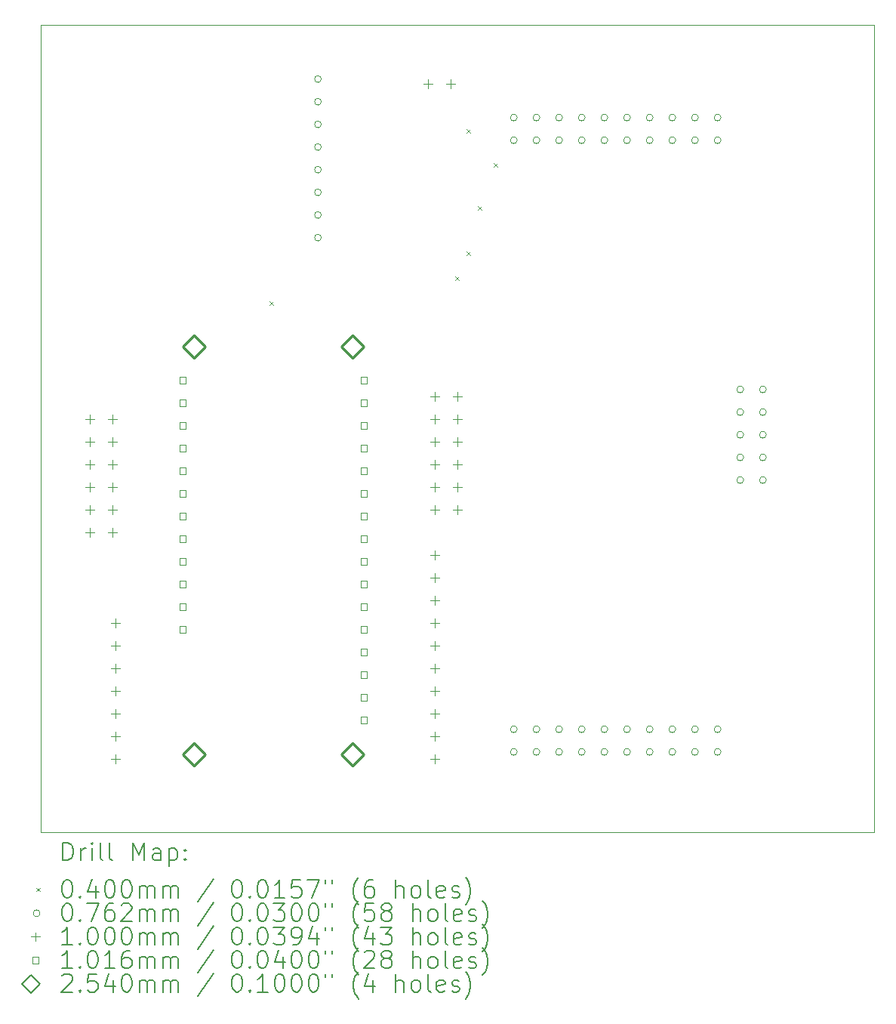
<source format=gbr>
%FSLAX45Y45*%
G04 Gerber Fmt 4.5, Leading zero omitted, Abs format (unit mm)*
G04 Created by KiCad (PCBNEW 6.0.4-1.fc35) date 2022-04-09 22:38:39*
%MOMM*%
%LPD*%
G01*
G04 APERTURE LIST*
%TA.AperFunction,Profile*%
%ADD10C,0.100000*%
%TD*%
%ADD11C,0.200000*%
%ADD12C,0.040000*%
%ADD13C,0.076200*%
%ADD14C,0.100000*%
%ADD15C,0.101600*%
%ADD16C,0.254000*%
G04 APERTURE END LIST*
D10*
X13690600Y-6146800D02*
X23039600Y-6146800D01*
X23039600Y-6146800D02*
X23039600Y-15200000D01*
X23039600Y-15200000D02*
X13690600Y-15200000D01*
X13690600Y-15200000D02*
X13690600Y-6146800D01*
D11*
D12*
X16261400Y-9251000D02*
X16301400Y-9291000D01*
X16301400Y-9251000D02*
X16261400Y-9291000D01*
X18344200Y-8971600D02*
X18384200Y-9011600D01*
X18384200Y-8971600D02*
X18344200Y-9011600D01*
X18471200Y-7320600D02*
X18511200Y-7360600D01*
X18511200Y-7320600D02*
X18471200Y-7360600D01*
X18471200Y-8692200D02*
X18511200Y-8732200D01*
X18511200Y-8692200D02*
X18471200Y-8732200D01*
X18598200Y-8184200D02*
X18638200Y-8224200D01*
X18638200Y-8184200D02*
X18598200Y-8224200D01*
X18776000Y-7701600D02*
X18816000Y-7741600D01*
X18816000Y-7701600D02*
X18776000Y-7741600D01*
D13*
X16840200Y-6756400D02*
G75*
G03*
X16840200Y-6756400I-38100J0D01*
G01*
X16840200Y-7010400D02*
G75*
G03*
X16840200Y-7010400I-38100J0D01*
G01*
X16840200Y-7264400D02*
G75*
G03*
X16840200Y-7264400I-38100J0D01*
G01*
X16840200Y-7518400D02*
G75*
G03*
X16840200Y-7518400I-38100J0D01*
G01*
X16840200Y-7772400D02*
G75*
G03*
X16840200Y-7772400I-38100J0D01*
G01*
X16840200Y-8026400D02*
G75*
G03*
X16840200Y-8026400I-38100J0D01*
G01*
X16840200Y-8280400D02*
G75*
G03*
X16840200Y-8280400I-38100J0D01*
G01*
X16840200Y-8534400D02*
G75*
G03*
X16840200Y-8534400I-38100J0D01*
G01*
X19037300Y-7188200D02*
G75*
G03*
X19037300Y-7188200I-38100J0D01*
G01*
X19037300Y-7442200D02*
G75*
G03*
X19037300Y-7442200I-38100J0D01*
G01*
X19037300Y-14046200D02*
G75*
G03*
X19037300Y-14046200I-38100J0D01*
G01*
X19037300Y-14300200D02*
G75*
G03*
X19037300Y-14300200I-38100J0D01*
G01*
X19291300Y-7188200D02*
G75*
G03*
X19291300Y-7188200I-38100J0D01*
G01*
X19291300Y-7442200D02*
G75*
G03*
X19291300Y-7442200I-38100J0D01*
G01*
X19291300Y-14046200D02*
G75*
G03*
X19291300Y-14046200I-38100J0D01*
G01*
X19291300Y-14300200D02*
G75*
G03*
X19291300Y-14300200I-38100J0D01*
G01*
X19545300Y-7188200D02*
G75*
G03*
X19545300Y-7188200I-38100J0D01*
G01*
X19545300Y-7442200D02*
G75*
G03*
X19545300Y-7442200I-38100J0D01*
G01*
X19545300Y-14046200D02*
G75*
G03*
X19545300Y-14046200I-38100J0D01*
G01*
X19545300Y-14300200D02*
G75*
G03*
X19545300Y-14300200I-38100J0D01*
G01*
X19799300Y-7188200D02*
G75*
G03*
X19799300Y-7188200I-38100J0D01*
G01*
X19799300Y-7442200D02*
G75*
G03*
X19799300Y-7442200I-38100J0D01*
G01*
X19799300Y-14046200D02*
G75*
G03*
X19799300Y-14046200I-38100J0D01*
G01*
X19799300Y-14300200D02*
G75*
G03*
X19799300Y-14300200I-38100J0D01*
G01*
X20053300Y-7188200D02*
G75*
G03*
X20053300Y-7188200I-38100J0D01*
G01*
X20053300Y-7442200D02*
G75*
G03*
X20053300Y-7442200I-38100J0D01*
G01*
X20053300Y-14046200D02*
G75*
G03*
X20053300Y-14046200I-38100J0D01*
G01*
X20053300Y-14300200D02*
G75*
G03*
X20053300Y-14300200I-38100J0D01*
G01*
X20307300Y-7188200D02*
G75*
G03*
X20307300Y-7188200I-38100J0D01*
G01*
X20307300Y-7442200D02*
G75*
G03*
X20307300Y-7442200I-38100J0D01*
G01*
X20307300Y-14046200D02*
G75*
G03*
X20307300Y-14046200I-38100J0D01*
G01*
X20307300Y-14300200D02*
G75*
G03*
X20307300Y-14300200I-38100J0D01*
G01*
X20561300Y-7188200D02*
G75*
G03*
X20561300Y-7188200I-38100J0D01*
G01*
X20561300Y-7442200D02*
G75*
G03*
X20561300Y-7442200I-38100J0D01*
G01*
X20561300Y-14046200D02*
G75*
G03*
X20561300Y-14046200I-38100J0D01*
G01*
X20561300Y-14300200D02*
G75*
G03*
X20561300Y-14300200I-38100J0D01*
G01*
X20815300Y-7188200D02*
G75*
G03*
X20815300Y-7188200I-38100J0D01*
G01*
X20815300Y-7442200D02*
G75*
G03*
X20815300Y-7442200I-38100J0D01*
G01*
X20815300Y-14046200D02*
G75*
G03*
X20815300Y-14046200I-38100J0D01*
G01*
X20815300Y-14300200D02*
G75*
G03*
X20815300Y-14300200I-38100J0D01*
G01*
X21069300Y-7188200D02*
G75*
G03*
X21069300Y-7188200I-38100J0D01*
G01*
X21069300Y-7442200D02*
G75*
G03*
X21069300Y-7442200I-38100J0D01*
G01*
X21069300Y-14046200D02*
G75*
G03*
X21069300Y-14046200I-38100J0D01*
G01*
X21069300Y-14300200D02*
G75*
G03*
X21069300Y-14300200I-38100J0D01*
G01*
X21323300Y-7188200D02*
G75*
G03*
X21323300Y-7188200I-38100J0D01*
G01*
X21323300Y-7442200D02*
G75*
G03*
X21323300Y-7442200I-38100J0D01*
G01*
X21323300Y-14046200D02*
G75*
G03*
X21323300Y-14046200I-38100J0D01*
G01*
X21323300Y-14300200D02*
G75*
G03*
X21323300Y-14300200I-38100J0D01*
G01*
X21577300Y-10236200D02*
G75*
G03*
X21577300Y-10236200I-38100J0D01*
G01*
X21577300Y-10490200D02*
G75*
G03*
X21577300Y-10490200I-38100J0D01*
G01*
X21577300Y-10744200D02*
G75*
G03*
X21577300Y-10744200I-38100J0D01*
G01*
X21577300Y-10998200D02*
G75*
G03*
X21577300Y-10998200I-38100J0D01*
G01*
X21577300Y-11252200D02*
G75*
G03*
X21577300Y-11252200I-38100J0D01*
G01*
X21831300Y-10236200D02*
G75*
G03*
X21831300Y-10236200I-38100J0D01*
G01*
X21831300Y-10490200D02*
G75*
G03*
X21831300Y-10490200I-38100J0D01*
G01*
X21831300Y-10744200D02*
G75*
G03*
X21831300Y-10744200I-38100J0D01*
G01*
X21831300Y-10998200D02*
G75*
G03*
X21831300Y-10998200I-38100J0D01*
G01*
X21831300Y-11252200D02*
G75*
G03*
X21831300Y-11252200I-38100J0D01*
G01*
D14*
X14246000Y-10516400D02*
X14246000Y-10616400D01*
X14196000Y-10566400D02*
X14296000Y-10566400D01*
X14246000Y-10770400D02*
X14246000Y-10870400D01*
X14196000Y-10820400D02*
X14296000Y-10820400D01*
X14246000Y-11024400D02*
X14246000Y-11124400D01*
X14196000Y-11074400D02*
X14296000Y-11074400D01*
X14246000Y-11278400D02*
X14246000Y-11378400D01*
X14196000Y-11328400D02*
X14296000Y-11328400D01*
X14246000Y-11532400D02*
X14246000Y-11632400D01*
X14196000Y-11582400D02*
X14296000Y-11582400D01*
X14246000Y-11786400D02*
X14246000Y-11886400D01*
X14196000Y-11836400D02*
X14296000Y-11836400D01*
X14500000Y-10516400D02*
X14500000Y-10616400D01*
X14450000Y-10566400D02*
X14550000Y-10566400D01*
X14500000Y-10770400D02*
X14500000Y-10870400D01*
X14450000Y-10820400D02*
X14550000Y-10820400D01*
X14500000Y-11024400D02*
X14500000Y-11124400D01*
X14450000Y-11074400D02*
X14550000Y-11074400D01*
X14500000Y-11278400D02*
X14500000Y-11378400D01*
X14450000Y-11328400D02*
X14550000Y-11328400D01*
X14500000Y-11532400D02*
X14500000Y-11632400D01*
X14450000Y-11582400D02*
X14550000Y-11582400D01*
X14500000Y-11786400D02*
X14500000Y-11886400D01*
X14450000Y-11836400D02*
X14550000Y-11836400D01*
X14528800Y-12802900D02*
X14528800Y-12902900D01*
X14478800Y-12852900D02*
X14578800Y-12852900D01*
X14528800Y-13056900D02*
X14528800Y-13156900D01*
X14478800Y-13106900D02*
X14578800Y-13106900D01*
X14528800Y-13310900D02*
X14528800Y-13410900D01*
X14478800Y-13360900D02*
X14578800Y-13360900D01*
X14528800Y-13564900D02*
X14528800Y-13664900D01*
X14478800Y-13614900D02*
X14578800Y-13614900D01*
X14528800Y-13818900D02*
X14528800Y-13918900D01*
X14478800Y-13868900D02*
X14578800Y-13868900D01*
X14528800Y-14072900D02*
X14528800Y-14172900D01*
X14478800Y-14122900D02*
X14578800Y-14122900D01*
X14528800Y-14326900D02*
X14528800Y-14426900D01*
X14478800Y-14376900D02*
X14578800Y-14376900D01*
X18034500Y-6757200D02*
X18034500Y-6857200D01*
X17984500Y-6807200D02*
X18084500Y-6807200D01*
X18110700Y-10262400D02*
X18110700Y-10362400D01*
X18060700Y-10312400D02*
X18160700Y-10312400D01*
X18110700Y-10516400D02*
X18110700Y-10616400D01*
X18060700Y-10566400D02*
X18160700Y-10566400D01*
X18110700Y-10770400D02*
X18110700Y-10870400D01*
X18060700Y-10820400D02*
X18160700Y-10820400D01*
X18110700Y-11024400D02*
X18110700Y-11124400D01*
X18060700Y-11074400D02*
X18160700Y-11074400D01*
X18110700Y-11278400D02*
X18110700Y-11378400D01*
X18060700Y-11328400D02*
X18160700Y-11328400D01*
X18110700Y-11532400D02*
X18110700Y-11632400D01*
X18060700Y-11582400D02*
X18160700Y-11582400D01*
X18110700Y-12040900D02*
X18110700Y-12140900D01*
X18060700Y-12090900D02*
X18160700Y-12090900D01*
X18110700Y-12294900D02*
X18110700Y-12394900D01*
X18060700Y-12344900D02*
X18160700Y-12344900D01*
X18110700Y-12548900D02*
X18110700Y-12648900D01*
X18060700Y-12598900D02*
X18160700Y-12598900D01*
X18110700Y-12802900D02*
X18110700Y-12902900D01*
X18060700Y-12852900D02*
X18160700Y-12852900D01*
X18110700Y-13056900D02*
X18110700Y-13156900D01*
X18060700Y-13106900D02*
X18160700Y-13106900D01*
X18110700Y-13310900D02*
X18110700Y-13410900D01*
X18060700Y-13360900D02*
X18160700Y-13360900D01*
X18110700Y-13564900D02*
X18110700Y-13664900D01*
X18060700Y-13614900D02*
X18160700Y-13614900D01*
X18110700Y-13818900D02*
X18110700Y-13918900D01*
X18060700Y-13868900D02*
X18160700Y-13868900D01*
X18110700Y-14072900D02*
X18110700Y-14172900D01*
X18060700Y-14122900D02*
X18160700Y-14122900D01*
X18110700Y-14326900D02*
X18110700Y-14426900D01*
X18060700Y-14376900D02*
X18160700Y-14376900D01*
X18288500Y-6757200D02*
X18288500Y-6857200D01*
X18238500Y-6807200D02*
X18338500Y-6807200D01*
X18364700Y-10262400D02*
X18364700Y-10362400D01*
X18314700Y-10312400D02*
X18414700Y-10312400D01*
X18364700Y-10516400D02*
X18364700Y-10616400D01*
X18314700Y-10566400D02*
X18414700Y-10566400D01*
X18364700Y-10770400D02*
X18364700Y-10870400D01*
X18314700Y-10820400D02*
X18414700Y-10820400D01*
X18364700Y-11024400D02*
X18364700Y-11124400D01*
X18314700Y-11074400D02*
X18414700Y-11074400D01*
X18364700Y-11278400D02*
X18364700Y-11378400D01*
X18314700Y-11328400D02*
X18414700Y-11328400D01*
X18364700Y-11532400D02*
X18364700Y-11632400D01*
X18314700Y-11582400D02*
X18414700Y-11582400D01*
D15*
X15319921Y-10170521D02*
X15319921Y-10098679D01*
X15248079Y-10098679D01*
X15248079Y-10170521D01*
X15319921Y-10170521D01*
X15319921Y-10424521D02*
X15319921Y-10352679D01*
X15248079Y-10352679D01*
X15248079Y-10424521D01*
X15319921Y-10424521D01*
X15319921Y-10678521D02*
X15319921Y-10606679D01*
X15248079Y-10606679D01*
X15248079Y-10678521D01*
X15319921Y-10678521D01*
X15319921Y-10932521D02*
X15319921Y-10860679D01*
X15248079Y-10860679D01*
X15248079Y-10932521D01*
X15319921Y-10932521D01*
X15319921Y-11186521D02*
X15319921Y-11114679D01*
X15248079Y-11114679D01*
X15248079Y-11186521D01*
X15319921Y-11186521D01*
X15319921Y-11440521D02*
X15319921Y-11368679D01*
X15248079Y-11368679D01*
X15248079Y-11440521D01*
X15319921Y-11440521D01*
X15319921Y-11694521D02*
X15319921Y-11622679D01*
X15248079Y-11622679D01*
X15248079Y-11694521D01*
X15319921Y-11694521D01*
X15319921Y-11948521D02*
X15319921Y-11876679D01*
X15248079Y-11876679D01*
X15248079Y-11948521D01*
X15319921Y-11948521D01*
X15319921Y-12202521D02*
X15319921Y-12130679D01*
X15248079Y-12130679D01*
X15248079Y-12202521D01*
X15319921Y-12202521D01*
X15319921Y-12456521D02*
X15319921Y-12384679D01*
X15248079Y-12384679D01*
X15248079Y-12456521D01*
X15319921Y-12456521D01*
X15319921Y-12710521D02*
X15319921Y-12638679D01*
X15248079Y-12638679D01*
X15248079Y-12710521D01*
X15319921Y-12710521D01*
X15319921Y-12964521D02*
X15319921Y-12892679D01*
X15248079Y-12892679D01*
X15248079Y-12964521D01*
X15319921Y-12964521D01*
X17351921Y-10170521D02*
X17351921Y-10098679D01*
X17280079Y-10098679D01*
X17280079Y-10170521D01*
X17351921Y-10170521D01*
X17351921Y-10424521D02*
X17351921Y-10352679D01*
X17280079Y-10352679D01*
X17280079Y-10424521D01*
X17351921Y-10424521D01*
X17351921Y-10678521D02*
X17351921Y-10606679D01*
X17280079Y-10606679D01*
X17280079Y-10678521D01*
X17351921Y-10678521D01*
X17351921Y-10932521D02*
X17351921Y-10860679D01*
X17280079Y-10860679D01*
X17280079Y-10932521D01*
X17351921Y-10932521D01*
X17351921Y-11186521D02*
X17351921Y-11114679D01*
X17280079Y-11114679D01*
X17280079Y-11186521D01*
X17351921Y-11186521D01*
X17351921Y-11440521D02*
X17351921Y-11368679D01*
X17280079Y-11368679D01*
X17280079Y-11440521D01*
X17351921Y-11440521D01*
X17351921Y-11694521D02*
X17351921Y-11622679D01*
X17280079Y-11622679D01*
X17280079Y-11694521D01*
X17351921Y-11694521D01*
X17351921Y-11948521D02*
X17351921Y-11876679D01*
X17280079Y-11876679D01*
X17280079Y-11948521D01*
X17351921Y-11948521D01*
X17351921Y-12202521D02*
X17351921Y-12130679D01*
X17280079Y-12130679D01*
X17280079Y-12202521D01*
X17351921Y-12202521D01*
X17351921Y-12456521D02*
X17351921Y-12384679D01*
X17280079Y-12384679D01*
X17280079Y-12456521D01*
X17351921Y-12456521D01*
X17351921Y-12710521D02*
X17351921Y-12638679D01*
X17280079Y-12638679D01*
X17280079Y-12710521D01*
X17351921Y-12710521D01*
X17351921Y-12964521D02*
X17351921Y-12892679D01*
X17280079Y-12892679D01*
X17280079Y-12964521D01*
X17351921Y-12964521D01*
X17351921Y-13218521D02*
X17351921Y-13146679D01*
X17280079Y-13146679D01*
X17280079Y-13218521D01*
X17351921Y-13218521D01*
X17351921Y-13472521D02*
X17351921Y-13400679D01*
X17280079Y-13400679D01*
X17280079Y-13472521D01*
X17351921Y-13472521D01*
X17351921Y-13726521D02*
X17351921Y-13654679D01*
X17280079Y-13654679D01*
X17280079Y-13726521D01*
X17351921Y-13726521D01*
X17351921Y-13980521D02*
X17351921Y-13908679D01*
X17280079Y-13908679D01*
X17280079Y-13980521D01*
X17351921Y-13980521D01*
D16*
X15411000Y-9880600D02*
X15538000Y-9753600D01*
X15411000Y-9626600D01*
X15284000Y-9753600D01*
X15411000Y-9880600D01*
X15411000Y-14452600D02*
X15538000Y-14325600D01*
X15411000Y-14198600D01*
X15284000Y-14325600D01*
X15411000Y-14452600D01*
X17189000Y-9880600D02*
X17316000Y-9753600D01*
X17189000Y-9626600D01*
X17062000Y-9753600D01*
X17189000Y-9880600D01*
X17189000Y-14452600D02*
X17316000Y-14325600D01*
X17189000Y-14198600D01*
X17062000Y-14325600D01*
X17189000Y-14452600D01*
D11*
X13943219Y-15515476D02*
X13943219Y-15315476D01*
X13990838Y-15315476D01*
X14019409Y-15325000D01*
X14038457Y-15344048D01*
X14047981Y-15363095D01*
X14057505Y-15401190D01*
X14057505Y-15429762D01*
X14047981Y-15467857D01*
X14038457Y-15486905D01*
X14019409Y-15505952D01*
X13990838Y-15515476D01*
X13943219Y-15515476D01*
X14143219Y-15515476D02*
X14143219Y-15382143D01*
X14143219Y-15420238D02*
X14152743Y-15401190D01*
X14162267Y-15391667D01*
X14181314Y-15382143D01*
X14200362Y-15382143D01*
X14267028Y-15515476D02*
X14267028Y-15382143D01*
X14267028Y-15315476D02*
X14257505Y-15325000D01*
X14267028Y-15334524D01*
X14276552Y-15325000D01*
X14267028Y-15315476D01*
X14267028Y-15334524D01*
X14390838Y-15515476D02*
X14371790Y-15505952D01*
X14362267Y-15486905D01*
X14362267Y-15315476D01*
X14495600Y-15515476D02*
X14476552Y-15505952D01*
X14467028Y-15486905D01*
X14467028Y-15315476D01*
X14724171Y-15515476D02*
X14724171Y-15315476D01*
X14790838Y-15458333D01*
X14857505Y-15315476D01*
X14857505Y-15515476D01*
X15038457Y-15515476D02*
X15038457Y-15410714D01*
X15028933Y-15391667D01*
X15009886Y-15382143D01*
X14971790Y-15382143D01*
X14952743Y-15391667D01*
X15038457Y-15505952D02*
X15019409Y-15515476D01*
X14971790Y-15515476D01*
X14952743Y-15505952D01*
X14943219Y-15486905D01*
X14943219Y-15467857D01*
X14952743Y-15448809D01*
X14971790Y-15439286D01*
X15019409Y-15439286D01*
X15038457Y-15429762D01*
X15133695Y-15382143D02*
X15133695Y-15582143D01*
X15133695Y-15391667D02*
X15152743Y-15382143D01*
X15190838Y-15382143D01*
X15209886Y-15391667D01*
X15219409Y-15401190D01*
X15228933Y-15420238D01*
X15228933Y-15477381D01*
X15219409Y-15496428D01*
X15209886Y-15505952D01*
X15190838Y-15515476D01*
X15152743Y-15515476D01*
X15133695Y-15505952D01*
X15314648Y-15496428D02*
X15324171Y-15505952D01*
X15314648Y-15515476D01*
X15305124Y-15505952D01*
X15314648Y-15496428D01*
X15314648Y-15515476D01*
X15314648Y-15391667D02*
X15324171Y-15401190D01*
X15314648Y-15410714D01*
X15305124Y-15401190D01*
X15314648Y-15391667D01*
X15314648Y-15410714D01*
D12*
X13645600Y-15825000D02*
X13685600Y-15865000D01*
X13685600Y-15825000D02*
X13645600Y-15865000D01*
D11*
X13981314Y-15735476D02*
X14000362Y-15735476D01*
X14019409Y-15745000D01*
X14028933Y-15754524D01*
X14038457Y-15773571D01*
X14047981Y-15811667D01*
X14047981Y-15859286D01*
X14038457Y-15897381D01*
X14028933Y-15916428D01*
X14019409Y-15925952D01*
X14000362Y-15935476D01*
X13981314Y-15935476D01*
X13962267Y-15925952D01*
X13952743Y-15916428D01*
X13943219Y-15897381D01*
X13933695Y-15859286D01*
X13933695Y-15811667D01*
X13943219Y-15773571D01*
X13952743Y-15754524D01*
X13962267Y-15745000D01*
X13981314Y-15735476D01*
X14133695Y-15916428D02*
X14143219Y-15925952D01*
X14133695Y-15935476D01*
X14124171Y-15925952D01*
X14133695Y-15916428D01*
X14133695Y-15935476D01*
X14314648Y-15802143D02*
X14314648Y-15935476D01*
X14267028Y-15725952D02*
X14219409Y-15868809D01*
X14343219Y-15868809D01*
X14457505Y-15735476D02*
X14476552Y-15735476D01*
X14495600Y-15745000D01*
X14505124Y-15754524D01*
X14514648Y-15773571D01*
X14524171Y-15811667D01*
X14524171Y-15859286D01*
X14514648Y-15897381D01*
X14505124Y-15916428D01*
X14495600Y-15925952D01*
X14476552Y-15935476D01*
X14457505Y-15935476D01*
X14438457Y-15925952D01*
X14428933Y-15916428D01*
X14419409Y-15897381D01*
X14409886Y-15859286D01*
X14409886Y-15811667D01*
X14419409Y-15773571D01*
X14428933Y-15754524D01*
X14438457Y-15745000D01*
X14457505Y-15735476D01*
X14647981Y-15735476D02*
X14667028Y-15735476D01*
X14686076Y-15745000D01*
X14695600Y-15754524D01*
X14705124Y-15773571D01*
X14714648Y-15811667D01*
X14714648Y-15859286D01*
X14705124Y-15897381D01*
X14695600Y-15916428D01*
X14686076Y-15925952D01*
X14667028Y-15935476D01*
X14647981Y-15935476D01*
X14628933Y-15925952D01*
X14619409Y-15916428D01*
X14609886Y-15897381D01*
X14600362Y-15859286D01*
X14600362Y-15811667D01*
X14609886Y-15773571D01*
X14619409Y-15754524D01*
X14628933Y-15745000D01*
X14647981Y-15735476D01*
X14800362Y-15935476D02*
X14800362Y-15802143D01*
X14800362Y-15821190D02*
X14809886Y-15811667D01*
X14828933Y-15802143D01*
X14857505Y-15802143D01*
X14876552Y-15811667D01*
X14886076Y-15830714D01*
X14886076Y-15935476D01*
X14886076Y-15830714D02*
X14895600Y-15811667D01*
X14914648Y-15802143D01*
X14943219Y-15802143D01*
X14962267Y-15811667D01*
X14971790Y-15830714D01*
X14971790Y-15935476D01*
X15067028Y-15935476D02*
X15067028Y-15802143D01*
X15067028Y-15821190D02*
X15076552Y-15811667D01*
X15095600Y-15802143D01*
X15124171Y-15802143D01*
X15143219Y-15811667D01*
X15152743Y-15830714D01*
X15152743Y-15935476D01*
X15152743Y-15830714D02*
X15162267Y-15811667D01*
X15181314Y-15802143D01*
X15209886Y-15802143D01*
X15228933Y-15811667D01*
X15238457Y-15830714D01*
X15238457Y-15935476D01*
X15628933Y-15725952D02*
X15457505Y-15983095D01*
X15886076Y-15735476D02*
X15905124Y-15735476D01*
X15924171Y-15745000D01*
X15933695Y-15754524D01*
X15943219Y-15773571D01*
X15952743Y-15811667D01*
X15952743Y-15859286D01*
X15943219Y-15897381D01*
X15933695Y-15916428D01*
X15924171Y-15925952D01*
X15905124Y-15935476D01*
X15886076Y-15935476D01*
X15867028Y-15925952D01*
X15857505Y-15916428D01*
X15847981Y-15897381D01*
X15838457Y-15859286D01*
X15838457Y-15811667D01*
X15847981Y-15773571D01*
X15857505Y-15754524D01*
X15867028Y-15745000D01*
X15886076Y-15735476D01*
X16038457Y-15916428D02*
X16047981Y-15925952D01*
X16038457Y-15935476D01*
X16028933Y-15925952D01*
X16038457Y-15916428D01*
X16038457Y-15935476D01*
X16171790Y-15735476D02*
X16190838Y-15735476D01*
X16209886Y-15745000D01*
X16219409Y-15754524D01*
X16228933Y-15773571D01*
X16238457Y-15811667D01*
X16238457Y-15859286D01*
X16228933Y-15897381D01*
X16219409Y-15916428D01*
X16209886Y-15925952D01*
X16190838Y-15935476D01*
X16171790Y-15935476D01*
X16152743Y-15925952D01*
X16143219Y-15916428D01*
X16133695Y-15897381D01*
X16124171Y-15859286D01*
X16124171Y-15811667D01*
X16133695Y-15773571D01*
X16143219Y-15754524D01*
X16152743Y-15745000D01*
X16171790Y-15735476D01*
X16428933Y-15935476D02*
X16314648Y-15935476D01*
X16371790Y-15935476D02*
X16371790Y-15735476D01*
X16352743Y-15764048D01*
X16333695Y-15783095D01*
X16314648Y-15792619D01*
X16609886Y-15735476D02*
X16514648Y-15735476D01*
X16505124Y-15830714D01*
X16514648Y-15821190D01*
X16533695Y-15811667D01*
X16581314Y-15811667D01*
X16600362Y-15821190D01*
X16609886Y-15830714D01*
X16619409Y-15849762D01*
X16619409Y-15897381D01*
X16609886Y-15916428D01*
X16600362Y-15925952D01*
X16581314Y-15935476D01*
X16533695Y-15935476D01*
X16514648Y-15925952D01*
X16505124Y-15916428D01*
X16686076Y-15735476D02*
X16819410Y-15735476D01*
X16733695Y-15935476D01*
X16886076Y-15735476D02*
X16886076Y-15773571D01*
X16962267Y-15735476D02*
X16962267Y-15773571D01*
X17257505Y-16011667D02*
X17247981Y-16002143D01*
X17228933Y-15973571D01*
X17219410Y-15954524D01*
X17209886Y-15925952D01*
X17200362Y-15878333D01*
X17200362Y-15840238D01*
X17209886Y-15792619D01*
X17219410Y-15764048D01*
X17228933Y-15745000D01*
X17247981Y-15716428D01*
X17257505Y-15706905D01*
X17419410Y-15735476D02*
X17381314Y-15735476D01*
X17362267Y-15745000D01*
X17352743Y-15754524D01*
X17333695Y-15783095D01*
X17324171Y-15821190D01*
X17324171Y-15897381D01*
X17333695Y-15916428D01*
X17343219Y-15925952D01*
X17362267Y-15935476D01*
X17400362Y-15935476D01*
X17419410Y-15925952D01*
X17428933Y-15916428D01*
X17438457Y-15897381D01*
X17438457Y-15849762D01*
X17428933Y-15830714D01*
X17419410Y-15821190D01*
X17400362Y-15811667D01*
X17362267Y-15811667D01*
X17343219Y-15821190D01*
X17333695Y-15830714D01*
X17324171Y-15849762D01*
X17676552Y-15935476D02*
X17676552Y-15735476D01*
X17762267Y-15935476D02*
X17762267Y-15830714D01*
X17752743Y-15811667D01*
X17733695Y-15802143D01*
X17705124Y-15802143D01*
X17686076Y-15811667D01*
X17676552Y-15821190D01*
X17886076Y-15935476D02*
X17867029Y-15925952D01*
X17857505Y-15916428D01*
X17847981Y-15897381D01*
X17847981Y-15840238D01*
X17857505Y-15821190D01*
X17867029Y-15811667D01*
X17886076Y-15802143D01*
X17914648Y-15802143D01*
X17933695Y-15811667D01*
X17943219Y-15821190D01*
X17952743Y-15840238D01*
X17952743Y-15897381D01*
X17943219Y-15916428D01*
X17933695Y-15925952D01*
X17914648Y-15935476D01*
X17886076Y-15935476D01*
X18067029Y-15935476D02*
X18047981Y-15925952D01*
X18038457Y-15906905D01*
X18038457Y-15735476D01*
X18219410Y-15925952D02*
X18200362Y-15935476D01*
X18162267Y-15935476D01*
X18143219Y-15925952D01*
X18133695Y-15906905D01*
X18133695Y-15830714D01*
X18143219Y-15811667D01*
X18162267Y-15802143D01*
X18200362Y-15802143D01*
X18219410Y-15811667D01*
X18228933Y-15830714D01*
X18228933Y-15849762D01*
X18133695Y-15868809D01*
X18305124Y-15925952D02*
X18324171Y-15935476D01*
X18362267Y-15935476D01*
X18381314Y-15925952D01*
X18390838Y-15906905D01*
X18390838Y-15897381D01*
X18381314Y-15878333D01*
X18362267Y-15868809D01*
X18333695Y-15868809D01*
X18314648Y-15859286D01*
X18305124Y-15840238D01*
X18305124Y-15830714D01*
X18314648Y-15811667D01*
X18333695Y-15802143D01*
X18362267Y-15802143D01*
X18381314Y-15811667D01*
X18457505Y-16011667D02*
X18467029Y-16002143D01*
X18486076Y-15973571D01*
X18495600Y-15954524D01*
X18505124Y-15925952D01*
X18514648Y-15878333D01*
X18514648Y-15840238D01*
X18505124Y-15792619D01*
X18495600Y-15764048D01*
X18486076Y-15745000D01*
X18467029Y-15716428D01*
X18457505Y-15706905D01*
D13*
X13685600Y-16109000D02*
G75*
G03*
X13685600Y-16109000I-38100J0D01*
G01*
D11*
X13981314Y-15999476D02*
X14000362Y-15999476D01*
X14019409Y-16009000D01*
X14028933Y-16018524D01*
X14038457Y-16037571D01*
X14047981Y-16075667D01*
X14047981Y-16123286D01*
X14038457Y-16161381D01*
X14028933Y-16180428D01*
X14019409Y-16189952D01*
X14000362Y-16199476D01*
X13981314Y-16199476D01*
X13962267Y-16189952D01*
X13952743Y-16180428D01*
X13943219Y-16161381D01*
X13933695Y-16123286D01*
X13933695Y-16075667D01*
X13943219Y-16037571D01*
X13952743Y-16018524D01*
X13962267Y-16009000D01*
X13981314Y-15999476D01*
X14133695Y-16180428D02*
X14143219Y-16189952D01*
X14133695Y-16199476D01*
X14124171Y-16189952D01*
X14133695Y-16180428D01*
X14133695Y-16199476D01*
X14209886Y-15999476D02*
X14343219Y-15999476D01*
X14257505Y-16199476D01*
X14505124Y-15999476D02*
X14467028Y-15999476D01*
X14447981Y-16009000D01*
X14438457Y-16018524D01*
X14419409Y-16047095D01*
X14409886Y-16085190D01*
X14409886Y-16161381D01*
X14419409Y-16180428D01*
X14428933Y-16189952D01*
X14447981Y-16199476D01*
X14486076Y-16199476D01*
X14505124Y-16189952D01*
X14514648Y-16180428D01*
X14524171Y-16161381D01*
X14524171Y-16113762D01*
X14514648Y-16094714D01*
X14505124Y-16085190D01*
X14486076Y-16075667D01*
X14447981Y-16075667D01*
X14428933Y-16085190D01*
X14419409Y-16094714D01*
X14409886Y-16113762D01*
X14600362Y-16018524D02*
X14609886Y-16009000D01*
X14628933Y-15999476D01*
X14676552Y-15999476D01*
X14695600Y-16009000D01*
X14705124Y-16018524D01*
X14714648Y-16037571D01*
X14714648Y-16056619D01*
X14705124Y-16085190D01*
X14590838Y-16199476D01*
X14714648Y-16199476D01*
X14800362Y-16199476D02*
X14800362Y-16066143D01*
X14800362Y-16085190D02*
X14809886Y-16075667D01*
X14828933Y-16066143D01*
X14857505Y-16066143D01*
X14876552Y-16075667D01*
X14886076Y-16094714D01*
X14886076Y-16199476D01*
X14886076Y-16094714D02*
X14895600Y-16075667D01*
X14914648Y-16066143D01*
X14943219Y-16066143D01*
X14962267Y-16075667D01*
X14971790Y-16094714D01*
X14971790Y-16199476D01*
X15067028Y-16199476D02*
X15067028Y-16066143D01*
X15067028Y-16085190D02*
X15076552Y-16075667D01*
X15095600Y-16066143D01*
X15124171Y-16066143D01*
X15143219Y-16075667D01*
X15152743Y-16094714D01*
X15152743Y-16199476D01*
X15152743Y-16094714D02*
X15162267Y-16075667D01*
X15181314Y-16066143D01*
X15209886Y-16066143D01*
X15228933Y-16075667D01*
X15238457Y-16094714D01*
X15238457Y-16199476D01*
X15628933Y-15989952D02*
X15457505Y-16247095D01*
X15886076Y-15999476D02*
X15905124Y-15999476D01*
X15924171Y-16009000D01*
X15933695Y-16018524D01*
X15943219Y-16037571D01*
X15952743Y-16075667D01*
X15952743Y-16123286D01*
X15943219Y-16161381D01*
X15933695Y-16180428D01*
X15924171Y-16189952D01*
X15905124Y-16199476D01*
X15886076Y-16199476D01*
X15867028Y-16189952D01*
X15857505Y-16180428D01*
X15847981Y-16161381D01*
X15838457Y-16123286D01*
X15838457Y-16075667D01*
X15847981Y-16037571D01*
X15857505Y-16018524D01*
X15867028Y-16009000D01*
X15886076Y-15999476D01*
X16038457Y-16180428D02*
X16047981Y-16189952D01*
X16038457Y-16199476D01*
X16028933Y-16189952D01*
X16038457Y-16180428D01*
X16038457Y-16199476D01*
X16171790Y-15999476D02*
X16190838Y-15999476D01*
X16209886Y-16009000D01*
X16219409Y-16018524D01*
X16228933Y-16037571D01*
X16238457Y-16075667D01*
X16238457Y-16123286D01*
X16228933Y-16161381D01*
X16219409Y-16180428D01*
X16209886Y-16189952D01*
X16190838Y-16199476D01*
X16171790Y-16199476D01*
X16152743Y-16189952D01*
X16143219Y-16180428D01*
X16133695Y-16161381D01*
X16124171Y-16123286D01*
X16124171Y-16075667D01*
X16133695Y-16037571D01*
X16143219Y-16018524D01*
X16152743Y-16009000D01*
X16171790Y-15999476D01*
X16305124Y-15999476D02*
X16428933Y-15999476D01*
X16362267Y-16075667D01*
X16390838Y-16075667D01*
X16409886Y-16085190D01*
X16419409Y-16094714D01*
X16428933Y-16113762D01*
X16428933Y-16161381D01*
X16419409Y-16180428D01*
X16409886Y-16189952D01*
X16390838Y-16199476D01*
X16333695Y-16199476D01*
X16314648Y-16189952D01*
X16305124Y-16180428D01*
X16552743Y-15999476D02*
X16571790Y-15999476D01*
X16590838Y-16009000D01*
X16600362Y-16018524D01*
X16609886Y-16037571D01*
X16619409Y-16075667D01*
X16619409Y-16123286D01*
X16609886Y-16161381D01*
X16600362Y-16180428D01*
X16590838Y-16189952D01*
X16571790Y-16199476D01*
X16552743Y-16199476D01*
X16533695Y-16189952D01*
X16524171Y-16180428D01*
X16514648Y-16161381D01*
X16505124Y-16123286D01*
X16505124Y-16075667D01*
X16514648Y-16037571D01*
X16524171Y-16018524D01*
X16533695Y-16009000D01*
X16552743Y-15999476D01*
X16743219Y-15999476D02*
X16762267Y-15999476D01*
X16781314Y-16009000D01*
X16790838Y-16018524D01*
X16800362Y-16037571D01*
X16809886Y-16075667D01*
X16809886Y-16123286D01*
X16800362Y-16161381D01*
X16790838Y-16180428D01*
X16781314Y-16189952D01*
X16762267Y-16199476D01*
X16743219Y-16199476D01*
X16724171Y-16189952D01*
X16714648Y-16180428D01*
X16705124Y-16161381D01*
X16695600Y-16123286D01*
X16695600Y-16075667D01*
X16705124Y-16037571D01*
X16714648Y-16018524D01*
X16724171Y-16009000D01*
X16743219Y-15999476D01*
X16886076Y-15999476D02*
X16886076Y-16037571D01*
X16962267Y-15999476D02*
X16962267Y-16037571D01*
X17257505Y-16275667D02*
X17247981Y-16266143D01*
X17228933Y-16237571D01*
X17219410Y-16218524D01*
X17209886Y-16189952D01*
X17200362Y-16142333D01*
X17200362Y-16104238D01*
X17209886Y-16056619D01*
X17219410Y-16028048D01*
X17228933Y-16009000D01*
X17247981Y-15980428D01*
X17257505Y-15970905D01*
X17428933Y-15999476D02*
X17333695Y-15999476D01*
X17324171Y-16094714D01*
X17333695Y-16085190D01*
X17352743Y-16075667D01*
X17400362Y-16075667D01*
X17419410Y-16085190D01*
X17428933Y-16094714D01*
X17438457Y-16113762D01*
X17438457Y-16161381D01*
X17428933Y-16180428D01*
X17419410Y-16189952D01*
X17400362Y-16199476D01*
X17352743Y-16199476D01*
X17333695Y-16189952D01*
X17324171Y-16180428D01*
X17552743Y-16085190D02*
X17533695Y-16075667D01*
X17524171Y-16066143D01*
X17514648Y-16047095D01*
X17514648Y-16037571D01*
X17524171Y-16018524D01*
X17533695Y-16009000D01*
X17552743Y-15999476D01*
X17590838Y-15999476D01*
X17609886Y-16009000D01*
X17619410Y-16018524D01*
X17628933Y-16037571D01*
X17628933Y-16047095D01*
X17619410Y-16066143D01*
X17609886Y-16075667D01*
X17590838Y-16085190D01*
X17552743Y-16085190D01*
X17533695Y-16094714D01*
X17524171Y-16104238D01*
X17514648Y-16123286D01*
X17514648Y-16161381D01*
X17524171Y-16180428D01*
X17533695Y-16189952D01*
X17552743Y-16199476D01*
X17590838Y-16199476D01*
X17609886Y-16189952D01*
X17619410Y-16180428D01*
X17628933Y-16161381D01*
X17628933Y-16123286D01*
X17619410Y-16104238D01*
X17609886Y-16094714D01*
X17590838Y-16085190D01*
X17867029Y-16199476D02*
X17867029Y-15999476D01*
X17952743Y-16199476D02*
X17952743Y-16094714D01*
X17943219Y-16075667D01*
X17924171Y-16066143D01*
X17895600Y-16066143D01*
X17876552Y-16075667D01*
X17867029Y-16085190D01*
X18076552Y-16199476D02*
X18057505Y-16189952D01*
X18047981Y-16180428D01*
X18038457Y-16161381D01*
X18038457Y-16104238D01*
X18047981Y-16085190D01*
X18057505Y-16075667D01*
X18076552Y-16066143D01*
X18105124Y-16066143D01*
X18124171Y-16075667D01*
X18133695Y-16085190D01*
X18143219Y-16104238D01*
X18143219Y-16161381D01*
X18133695Y-16180428D01*
X18124171Y-16189952D01*
X18105124Y-16199476D01*
X18076552Y-16199476D01*
X18257505Y-16199476D02*
X18238457Y-16189952D01*
X18228933Y-16170905D01*
X18228933Y-15999476D01*
X18409886Y-16189952D02*
X18390838Y-16199476D01*
X18352743Y-16199476D01*
X18333695Y-16189952D01*
X18324171Y-16170905D01*
X18324171Y-16094714D01*
X18333695Y-16075667D01*
X18352743Y-16066143D01*
X18390838Y-16066143D01*
X18409886Y-16075667D01*
X18419410Y-16094714D01*
X18419410Y-16113762D01*
X18324171Y-16132809D01*
X18495600Y-16189952D02*
X18514648Y-16199476D01*
X18552743Y-16199476D01*
X18571790Y-16189952D01*
X18581314Y-16170905D01*
X18581314Y-16161381D01*
X18571790Y-16142333D01*
X18552743Y-16132809D01*
X18524171Y-16132809D01*
X18505124Y-16123286D01*
X18495600Y-16104238D01*
X18495600Y-16094714D01*
X18505124Y-16075667D01*
X18524171Y-16066143D01*
X18552743Y-16066143D01*
X18571790Y-16075667D01*
X18647981Y-16275667D02*
X18657505Y-16266143D01*
X18676552Y-16237571D01*
X18686076Y-16218524D01*
X18695600Y-16189952D01*
X18705124Y-16142333D01*
X18705124Y-16104238D01*
X18695600Y-16056619D01*
X18686076Y-16028048D01*
X18676552Y-16009000D01*
X18657505Y-15980428D01*
X18647981Y-15970905D01*
D14*
X13635600Y-16323000D02*
X13635600Y-16423000D01*
X13585600Y-16373000D02*
X13685600Y-16373000D01*
D11*
X14047981Y-16463476D02*
X13933695Y-16463476D01*
X13990838Y-16463476D02*
X13990838Y-16263476D01*
X13971790Y-16292048D01*
X13952743Y-16311095D01*
X13933695Y-16320619D01*
X14133695Y-16444428D02*
X14143219Y-16453952D01*
X14133695Y-16463476D01*
X14124171Y-16453952D01*
X14133695Y-16444428D01*
X14133695Y-16463476D01*
X14267028Y-16263476D02*
X14286076Y-16263476D01*
X14305124Y-16273000D01*
X14314648Y-16282524D01*
X14324171Y-16301571D01*
X14333695Y-16339667D01*
X14333695Y-16387286D01*
X14324171Y-16425381D01*
X14314648Y-16444428D01*
X14305124Y-16453952D01*
X14286076Y-16463476D01*
X14267028Y-16463476D01*
X14247981Y-16453952D01*
X14238457Y-16444428D01*
X14228933Y-16425381D01*
X14219409Y-16387286D01*
X14219409Y-16339667D01*
X14228933Y-16301571D01*
X14238457Y-16282524D01*
X14247981Y-16273000D01*
X14267028Y-16263476D01*
X14457505Y-16263476D02*
X14476552Y-16263476D01*
X14495600Y-16273000D01*
X14505124Y-16282524D01*
X14514648Y-16301571D01*
X14524171Y-16339667D01*
X14524171Y-16387286D01*
X14514648Y-16425381D01*
X14505124Y-16444428D01*
X14495600Y-16453952D01*
X14476552Y-16463476D01*
X14457505Y-16463476D01*
X14438457Y-16453952D01*
X14428933Y-16444428D01*
X14419409Y-16425381D01*
X14409886Y-16387286D01*
X14409886Y-16339667D01*
X14419409Y-16301571D01*
X14428933Y-16282524D01*
X14438457Y-16273000D01*
X14457505Y-16263476D01*
X14647981Y-16263476D02*
X14667028Y-16263476D01*
X14686076Y-16273000D01*
X14695600Y-16282524D01*
X14705124Y-16301571D01*
X14714648Y-16339667D01*
X14714648Y-16387286D01*
X14705124Y-16425381D01*
X14695600Y-16444428D01*
X14686076Y-16453952D01*
X14667028Y-16463476D01*
X14647981Y-16463476D01*
X14628933Y-16453952D01*
X14619409Y-16444428D01*
X14609886Y-16425381D01*
X14600362Y-16387286D01*
X14600362Y-16339667D01*
X14609886Y-16301571D01*
X14619409Y-16282524D01*
X14628933Y-16273000D01*
X14647981Y-16263476D01*
X14800362Y-16463476D02*
X14800362Y-16330143D01*
X14800362Y-16349190D02*
X14809886Y-16339667D01*
X14828933Y-16330143D01*
X14857505Y-16330143D01*
X14876552Y-16339667D01*
X14886076Y-16358714D01*
X14886076Y-16463476D01*
X14886076Y-16358714D02*
X14895600Y-16339667D01*
X14914648Y-16330143D01*
X14943219Y-16330143D01*
X14962267Y-16339667D01*
X14971790Y-16358714D01*
X14971790Y-16463476D01*
X15067028Y-16463476D02*
X15067028Y-16330143D01*
X15067028Y-16349190D02*
X15076552Y-16339667D01*
X15095600Y-16330143D01*
X15124171Y-16330143D01*
X15143219Y-16339667D01*
X15152743Y-16358714D01*
X15152743Y-16463476D01*
X15152743Y-16358714D02*
X15162267Y-16339667D01*
X15181314Y-16330143D01*
X15209886Y-16330143D01*
X15228933Y-16339667D01*
X15238457Y-16358714D01*
X15238457Y-16463476D01*
X15628933Y-16253952D02*
X15457505Y-16511095D01*
X15886076Y-16263476D02*
X15905124Y-16263476D01*
X15924171Y-16273000D01*
X15933695Y-16282524D01*
X15943219Y-16301571D01*
X15952743Y-16339667D01*
X15952743Y-16387286D01*
X15943219Y-16425381D01*
X15933695Y-16444428D01*
X15924171Y-16453952D01*
X15905124Y-16463476D01*
X15886076Y-16463476D01*
X15867028Y-16453952D01*
X15857505Y-16444428D01*
X15847981Y-16425381D01*
X15838457Y-16387286D01*
X15838457Y-16339667D01*
X15847981Y-16301571D01*
X15857505Y-16282524D01*
X15867028Y-16273000D01*
X15886076Y-16263476D01*
X16038457Y-16444428D02*
X16047981Y-16453952D01*
X16038457Y-16463476D01*
X16028933Y-16453952D01*
X16038457Y-16444428D01*
X16038457Y-16463476D01*
X16171790Y-16263476D02*
X16190838Y-16263476D01*
X16209886Y-16273000D01*
X16219409Y-16282524D01*
X16228933Y-16301571D01*
X16238457Y-16339667D01*
X16238457Y-16387286D01*
X16228933Y-16425381D01*
X16219409Y-16444428D01*
X16209886Y-16453952D01*
X16190838Y-16463476D01*
X16171790Y-16463476D01*
X16152743Y-16453952D01*
X16143219Y-16444428D01*
X16133695Y-16425381D01*
X16124171Y-16387286D01*
X16124171Y-16339667D01*
X16133695Y-16301571D01*
X16143219Y-16282524D01*
X16152743Y-16273000D01*
X16171790Y-16263476D01*
X16305124Y-16263476D02*
X16428933Y-16263476D01*
X16362267Y-16339667D01*
X16390838Y-16339667D01*
X16409886Y-16349190D01*
X16419409Y-16358714D01*
X16428933Y-16377762D01*
X16428933Y-16425381D01*
X16419409Y-16444428D01*
X16409886Y-16453952D01*
X16390838Y-16463476D01*
X16333695Y-16463476D01*
X16314648Y-16453952D01*
X16305124Y-16444428D01*
X16524171Y-16463476D02*
X16562267Y-16463476D01*
X16581314Y-16453952D01*
X16590838Y-16444428D01*
X16609886Y-16415857D01*
X16619409Y-16377762D01*
X16619409Y-16301571D01*
X16609886Y-16282524D01*
X16600362Y-16273000D01*
X16581314Y-16263476D01*
X16543219Y-16263476D01*
X16524171Y-16273000D01*
X16514648Y-16282524D01*
X16505124Y-16301571D01*
X16505124Y-16349190D01*
X16514648Y-16368238D01*
X16524171Y-16377762D01*
X16543219Y-16387286D01*
X16581314Y-16387286D01*
X16600362Y-16377762D01*
X16609886Y-16368238D01*
X16619409Y-16349190D01*
X16790838Y-16330143D02*
X16790838Y-16463476D01*
X16743219Y-16253952D02*
X16695600Y-16396809D01*
X16819410Y-16396809D01*
X16886076Y-16263476D02*
X16886076Y-16301571D01*
X16962267Y-16263476D02*
X16962267Y-16301571D01*
X17257505Y-16539667D02*
X17247981Y-16530143D01*
X17228933Y-16501571D01*
X17219410Y-16482524D01*
X17209886Y-16453952D01*
X17200362Y-16406333D01*
X17200362Y-16368238D01*
X17209886Y-16320619D01*
X17219410Y-16292048D01*
X17228933Y-16273000D01*
X17247981Y-16244428D01*
X17257505Y-16234905D01*
X17419410Y-16330143D02*
X17419410Y-16463476D01*
X17371790Y-16253952D02*
X17324171Y-16396809D01*
X17447981Y-16396809D01*
X17505124Y-16263476D02*
X17628933Y-16263476D01*
X17562267Y-16339667D01*
X17590838Y-16339667D01*
X17609886Y-16349190D01*
X17619410Y-16358714D01*
X17628933Y-16377762D01*
X17628933Y-16425381D01*
X17619410Y-16444428D01*
X17609886Y-16453952D01*
X17590838Y-16463476D01*
X17533695Y-16463476D01*
X17514648Y-16453952D01*
X17505124Y-16444428D01*
X17867029Y-16463476D02*
X17867029Y-16263476D01*
X17952743Y-16463476D02*
X17952743Y-16358714D01*
X17943219Y-16339667D01*
X17924171Y-16330143D01*
X17895600Y-16330143D01*
X17876552Y-16339667D01*
X17867029Y-16349190D01*
X18076552Y-16463476D02*
X18057505Y-16453952D01*
X18047981Y-16444428D01*
X18038457Y-16425381D01*
X18038457Y-16368238D01*
X18047981Y-16349190D01*
X18057505Y-16339667D01*
X18076552Y-16330143D01*
X18105124Y-16330143D01*
X18124171Y-16339667D01*
X18133695Y-16349190D01*
X18143219Y-16368238D01*
X18143219Y-16425381D01*
X18133695Y-16444428D01*
X18124171Y-16453952D01*
X18105124Y-16463476D01*
X18076552Y-16463476D01*
X18257505Y-16463476D02*
X18238457Y-16453952D01*
X18228933Y-16434905D01*
X18228933Y-16263476D01*
X18409886Y-16453952D02*
X18390838Y-16463476D01*
X18352743Y-16463476D01*
X18333695Y-16453952D01*
X18324171Y-16434905D01*
X18324171Y-16358714D01*
X18333695Y-16339667D01*
X18352743Y-16330143D01*
X18390838Y-16330143D01*
X18409886Y-16339667D01*
X18419410Y-16358714D01*
X18419410Y-16377762D01*
X18324171Y-16396809D01*
X18495600Y-16453952D02*
X18514648Y-16463476D01*
X18552743Y-16463476D01*
X18571790Y-16453952D01*
X18581314Y-16434905D01*
X18581314Y-16425381D01*
X18571790Y-16406333D01*
X18552743Y-16396809D01*
X18524171Y-16396809D01*
X18505124Y-16387286D01*
X18495600Y-16368238D01*
X18495600Y-16358714D01*
X18505124Y-16339667D01*
X18524171Y-16330143D01*
X18552743Y-16330143D01*
X18571790Y-16339667D01*
X18647981Y-16539667D02*
X18657505Y-16530143D01*
X18676552Y-16501571D01*
X18686076Y-16482524D01*
X18695600Y-16453952D01*
X18705124Y-16406333D01*
X18705124Y-16368238D01*
X18695600Y-16320619D01*
X18686076Y-16292048D01*
X18676552Y-16273000D01*
X18657505Y-16244428D01*
X18647981Y-16234905D01*
D15*
X13670721Y-16672921D02*
X13670721Y-16601079D01*
X13598879Y-16601079D01*
X13598879Y-16672921D01*
X13670721Y-16672921D01*
D11*
X14047981Y-16727476D02*
X13933695Y-16727476D01*
X13990838Y-16727476D02*
X13990838Y-16527476D01*
X13971790Y-16556048D01*
X13952743Y-16575095D01*
X13933695Y-16584619D01*
X14133695Y-16708428D02*
X14143219Y-16717952D01*
X14133695Y-16727476D01*
X14124171Y-16717952D01*
X14133695Y-16708428D01*
X14133695Y-16727476D01*
X14267028Y-16527476D02*
X14286076Y-16527476D01*
X14305124Y-16537000D01*
X14314648Y-16546524D01*
X14324171Y-16565571D01*
X14333695Y-16603667D01*
X14333695Y-16651286D01*
X14324171Y-16689381D01*
X14314648Y-16708428D01*
X14305124Y-16717952D01*
X14286076Y-16727476D01*
X14267028Y-16727476D01*
X14247981Y-16717952D01*
X14238457Y-16708428D01*
X14228933Y-16689381D01*
X14219409Y-16651286D01*
X14219409Y-16603667D01*
X14228933Y-16565571D01*
X14238457Y-16546524D01*
X14247981Y-16537000D01*
X14267028Y-16527476D01*
X14524171Y-16727476D02*
X14409886Y-16727476D01*
X14467028Y-16727476D02*
X14467028Y-16527476D01*
X14447981Y-16556048D01*
X14428933Y-16575095D01*
X14409886Y-16584619D01*
X14695600Y-16527476D02*
X14657505Y-16527476D01*
X14638457Y-16537000D01*
X14628933Y-16546524D01*
X14609886Y-16575095D01*
X14600362Y-16613190D01*
X14600362Y-16689381D01*
X14609886Y-16708428D01*
X14619409Y-16717952D01*
X14638457Y-16727476D01*
X14676552Y-16727476D01*
X14695600Y-16717952D01*
X14705124Y-16708428D01*
X14714648Y-16689381D01*
X14714648Y-16641762D01*
X14705124Y-16622714D01*
X14695600Y-16613190D01*
X14676552Y-16603667D01*
X14638457Y-16603667D01*
X14619409Y-16613190D01*
X14609886Y-16622714D01*
X14600362Y-16641762D01*
X14800362Y-16727476D02*
X14800362Y-16594143D01*
X14800362Y-16613190D02*
X14809886Y-16603667D01*
X14828933Y-16594143D01*
X14857505Y-16594143D01*
X14876552Y-16603667D01*
X14886076Y-16622714D01*
X14886076Y-16727476D01*
X14886076Y-16622714D02*
X14895600Y-16603667D01*
X14914648Y-16594143D01*
X14943219Y-16594143D01*
X14962267Y-16603667D01*
X14971790Y-16622714D01*
X14971790Y-16727476D01*
X15067028Y-16727476D02*
X15067028Y-16594143D01*
X15067028Y-16613190D02*
X15076552Y-16603667D01*
X15095600Y-16594143D01*
X15124171Y-16594143D01*
X15143219Y-16603667D01*
X15152743Y-16622714D01*
X15152743Y-16727476D01*
X15152743Y-16622714D02*
X15162267Y-16603667D01*
X15181314Y-16594143D01*
X15209886Y-16594143D01*
X15228933Y-16603667D01*
X15238457Y-16622714D01*
X15238457Y-16727476D01*
X15628933Y-16517952D02*
X15457505Y-16775095D01*
X15886076Y-16527476D02*
X15905124Y-16527476D01*
X15924171Y-16537000D01*
X15933695Y-16546524D01*
X15943219Y-16565571D01*
X15952743Y-16603667D01*
X15952743Y-16651286D01*
X15943219Y-16689381D01*
X15933695Y-16708428D01*
X15924171Y-16717952D01*
X15905124Y-16727476D01*
X15886076Y-16727476D01*
X15867028Y-16717952D01*
X15857505Y-16708428D01*
X15847981Y-16689381D01*
X15838457Y-16651286D01*
X15838457Y-16603667D01*
X15847981Y-16565571D01*
X15857505Y-16546524D01*
X15867028Y-16537000D01*
X15886076Y-16527476D01*
X16038457Y-16708428D02*
X16047981Y-16717952D01*
X16038457Y-16727476D01*
X16028933Y-16717952D01*
X16038457Y-16708428D01*
X16038457Y-16727476D01*
X16171790Y-16527476D02*
X16190838Y-16527476D01*
X16209886Y-16537000D01*
X16219409Y-16546524D01*
X16228933Y-16565571D01*
X16238457Y-16603667D01*
X16238457Y-16651286D01*
X16228933Y-16689381D01*
X16219409Y-16708428D01*
X16209886Y-16717952D01*
X16190838Y-16727476D01*
X16171790Y-16727476D01*
X16152743Y-16717952D01*
X16143219Y-16708428D01*
X16133695Y-16689381D01*
X16124171Y-16651286D01*
X16124171Y-16603667D01*
X16133695Y-16565571D01*
X16143219Y-16546524D01*
X16152743Y-16537000D01*
X16171790Y-16527476D01*
X16409886Y-16594143D02*
X16409886Y-16727476D01*
X16362267Y-16517952D02*
X16314648Y-16660809D01*
X16438457Y-16660809D01*
X16552743Y-16527476D02*
X16571790Y-16527476D01*
X16590838Y-16537000D01*
X16600362Y-16546524D01*
X16609886Y-16565571D01*
X16619409Y-16603667D01*
X16619409Y-16651286D01*
X16609886Y-16689381D01*
X16600362Y-16708428D01*
X16590838Y-16717952D01*
X16571790Y-16727476D01*
X16552743Y-16727476D01*
X16533695Y-16717952D01*
X16524171Y-16708428D01*
X16514648Y-16689381D01*
X16505124Y-16651286D01*
X16505124Y-16603667D01*
X16514648Y-16565571D01*
X16524171Y-16546524D01*
X16533695Y-16537000D01*
X16552743Y-16527476D01*
X16743219Y-16527476D02*
X16762267Y-16527476D01*
X16781314Y-16537000D01*
X16790838Y-16546524D01*
X16800362Y-16565571D01*
X16809886Y-16603667D01*
X16809886Y-16651286D01*
X16800362Y-16689381D01*
X16790838Y-16708428D01*
X16781314Y-16717952D01*
X16762267Y-16727476D01*
X16743219Y-16727476D01*
X16724171Y-16717952D01*
X16714648Y-16708428D01*
X16705124Y-16689381D01*
X16695600Y-16651286D01*
X16695600Y-16603667D01*
X16705124Y-16565571D01*
X16714648Y-16546524D01*
X16724171Y-16537000D01*
X16743219Y-16527476D01*
X16886076Y-16527476D02*
X16886076Y-16565571D01*
X16962267Y-16527476D02*
X16962267Y-16565571D01*
X17257505Y-16803667D02*
X17247981Y-16794143D01*
X17228933Y-16765571D01*
X17219410Y-16746524D01*
X17209886Y-16717952D01*
X17200362Y-16670333D01*
X17200362Y-16632238D01*
X17209886Y-16584619D01*
X17219410Y-16556048D01*
X17228933Y-16537000D01*
X17247981Y-16508428D01*
X17257505Y-16498905D01*
X17324171Y-16546524D02*
X17333695Y-16537000D01*
X17352743Y-16527476D01*
X17400362Y-16527476D01*
X17419410Y-16537000D01*
X17428933Y-16546524D01*
X17438457Y-16565571D01*
X17438457Y-16584619D01*
X17428933Y-16613190D01*
X17314648Y-16727476D01*
X17438457Y-16727476D01*
X17552743Y-16613190D02*
X17533695Y-16603667D01*
X17524171Y-16594143D01*
X17514648Y-16575095D01*
X17514648Y-16565571D01*
X17524171Y-16546524D01*
X17533695Y-16537000D01*
X17552743Y-16527476D01*
X17590838Y-16527476D01*
X17609886Y-16537000D01*
X17619410Y-16546524D01*
X17628933Y-16565571D01*
X17628933Y-16575095D01*
X17619410Y-16594143D01*
X17609886Y-16603667D01*
X17590838Y-16613190D01*
X17552743Y-16613190D01*
X17533695Y-16622714D01*
X17524171Y-16632238D01*
X17514648Y-16651286D01*
X17514648Y-16689381D01*
X17524171Y-16708428D01*
X17533695Y-16717952D01*
X17552743Y-16727476D01*
X17590838Y-16727476D01*
X17609886Y-16717952D01*
X17619410Y-16708428D01*
X17628933Y-16689381D01*
X17628933Y-16651286D01*
X17619410Y-16632238D01*
X17609886Y-16622714D01*
X17590838Y-16613190D01*
X17867029Y-16727476D02*
X17867029Y-16527476D01*
X17952743Y-16727476D02*
X17952743Y-16622714D01*
X17943219Y-16603667D01*
X17924171Y-16594143D01*
X17895600Y-16594143D01*
X17876552Y-16603667D01*
X17867029Y-16613190D01*
X18076552Y-16727476D02*
X18057505Y-16717952D01*
X18047981Y-16708428D01*
X18038457Y-16689381D01*
X18038457Y-16632238D01*
X18047981Y-16613190D01*
X18057505Y-16603667D01*
X18076552Y-16594143D01*
X18105124Y-16594143D01*
X18124171Y-16603667D01*
X18133695Y-16613190D01*
X18143219Y-16632238D01*
X18143219Y-16689381D01*
X18133695Y-16708428D01*
X18124171Y-16717952D01*
X18105124Y-16727476D01*
X18076552Y-16727476D01*
X18257505Y-16727476D02*
X18238457Y-16717952D01*
X18228933Y-16698905D01*
X18228933Y-16527476D01*
X18409886Y-16717952D02*
X18390838Y-16727476D01*
X18352743Y-16727476D01*
X18333695Y-16717952D01*
X18324171Y-16698905D01*
X18324171Y-16622714D01*
X18333695Y-16603667D01*
X18352743Y-16594143D01*
X18390838Y-16594143D01*
X18409886Y-16603667D01*
X18419410Y-16622714D01*
X18419410Y-16641762D01*
X18324171Y-16660809D01*
X18495600Y-16717952D02*
X18514648Y-16727476D01*
X18552743Y-16727476D01*
X18571790Y-16717952D01*
X18581314Y-16698905D01*
X18581314Y-16689381D01*
X18571790Y-16670333D01*
X18552743Y-16660809D01*
X18524171Y-16660809D01*
X18505124Y-16651286D01*
X18495600Y-16632238D01*
X18495600Y-16622714D01*
X18505124Y-16603667D01*
X18524171Y-16594143D01*
X18552743Y-16594143D01*
X18571790Y-16603667D01*
X18647981Y-16803667D02*
X18657505Y-16794143D01*
X18676552Y-16765571D01*
X18686076Y-16746524D01*
X18695600Y-16717952D01*
X18705124Y-16670333D01*
X18705124Y-16632238D01*
X18695600Y-16584619D01*
X18686076Y-16556048D01*
X18676552Y-16537000D01*
X18657505Y-16508428D01*
X18647981Y-16498905D01*
X13585600Y-17001000D02*
X13685600Y-16901000D01*
X13585600Y-16801000D01*
X13485600Y-16901000D01*
X13585600Y-17001000D01*
X13933695Y-16810524D02*
X13943219Y-16801000D01*
X13962267Y-16791476D01*
X14009886Y-16791476D01*
X14028933Y-16801000D01*
X14038457Y-16810524D01*
X14047981Y-16829571D01*
X14047981Y-16848619D01*
X14038457Y-16877190D01*
X13924171Y-16991476D01*
X14047981Y-16991476D01*
X14133695Y-16972429D02*
X14143219Y-16981952D01*
X14133695Y-16991476D01*
X14124171Y-16981952D01*
X14133695Y-16972429D01*
X14133695Y-16991476D01*
X14324171Y-16791476D02*
X14228933Y-16791476D01*
X14219409Y-16886714D01*
X14228933Y-16877190D01*
X14247981Y-16867667D01*
X14295600Y-16867667D01*
X14314648Y-16877190D01*
X14324171Y-16886714D01*
X14333695Y-16905762D01*
X14333695Y-16953381D01*
X14324171Y-16972429D01*
X14314648Y-16981952D01*
X14295600Y-16991476D01*
X14247981Y-16991476D01*
X14228933Y-16981952D01*
X14219409Y-16972429D01*
X14505124Y-16858143D02*
X14505124Y-16991476D01*
X14457505Y-16781952D02*
X14409886Y-16924810D01*
X14533695Y-16924810D01*
X14647981Y-16791476D02*
X14667028Y-16791476D01*
X14686076Y-16801000D01*
X14695600Y-16810524D01*
X14705124Y-16829571D01*
X14714648Y-16867667D01*
X14714648Y-16915286D01*
X14705124Y-16953381D01*
X14695600Y-16972429D01*
X14686076Y-16981952D01*
X14667028Y-16991476D01*
X14647981Y-16991476D01*
X14628933Y-16981952D01*
X14619409Y-16972429D01*
X14609886Y-16953381D01*
X14600362Y-16915286D01*
X14600362Y-16867667D01*
X14609886Y-16829571D01*
X14619409Y-16810524D01*
X14628933Y-16801000D01*
X14647981Y-16791476D01*
X14800362Y-16991476D02*
X14800362Y-16858143D01*
X14800362Y-16877190D02*
X14809886Y-16867667D01*
X14828933Y-16858143D01*
X14857505Y-16858143D01*
X14876552Y-16867667D01*
X14886076Y-16886714D01*
X14886076Y-16991476D01*
X14886076Y-16886714D02*
X14895600Y-16867667D01*
X14914648Y-16858143D01*
X14943219Y-16858143D01*
X14962267Y-16867667D01*
X14971790Y-16886714D01*
X14971790Y-16991476D01*
X15067028Y-16991476D02*
X15067028Y-16858143D01*
X15067028Y-16877190D02*
X15076552Y-16867667D01*
X15095600Y-16858143D01*
X15124171Y-16858143D01*
X15143219Y-16867667D01*
X15152743Y-16886714D01*
X15152743Y-16991476D01*
X15152743Y-16886714D02*
X15162267Y-16867667D01*
X15181314Y-16858143D01*
X15209886Y-16858143D01*
X15228933Y-16867667D01*
X15238457Y-16886714D01*
X15238457Y-16991476D01*
X15628933Y-16781952D02*
X15457505Y-17039095D01*
X15886076Y-16791476D02*
X15905124Y-16791476D01*
X15924171Y-16801000D01*
X15933695Y-16810524D01*
X15943219Y-16829571D01*
X15952743Y-16867667D01*
X15952743Y-16915286D01*
X15943219Y-16953381D01*
X15933695Y-16972429D01*
X15924171Y-16981952D01*
X15905124Y-16991476D01*
X15886076Y-16991476D01*
X15867028Y-16981952D01*
X15857505Y-16972429D01*
X15847981Y-16953381D01*
X15838457Y-16915286D01*
X15838457Y-16867667D01*
X15847981Y-16829571D01*
X15857505Y-16810524D01*
X15867028Y-16801000D01*
X15886076Y-16791476D01*
X16038457Y-16972429D02*
X16047981Y-16981952D01*
X16038457Y-16991476D01*
X16028933Y-16981952D01*
X16038457Y-16972429D01*
X16038457Y-16991476D01*
X16238457Y-16991476D02*
X16124171Y-16991476D01*
X16181314Y-16991476D02*
X16181314Y-16791476D01*
X16162267Y-16820048D01*
X16143219Y-16839095D01*
X16124171Y-16848619D01*
X16362267Y-16791476D02*
X16381314Y-16791476D01*
X16400362Y-16801000D01*
X16409886Y-16810524D01*
X16419409Y-16829571D01*
X16428933Y-16867667D01*
X16428933Y-16915286D01*
X16419409Y-16953381D01*
X16409886Y-16972429D01*
X16400362Y-16981952D01*
X16381314Y-16991476D01*
X16362267Y-16991476D01*
X16343219Y-16981952D01*
X16333695Y-16972429D01*
X16324171Y-16953381D01*
X16314648Y-16915286D01*
X16314648Y-16867667D01*
X16324171Y-16829571D01*
X16333695Y-16810524D01*
X16343219Y-16801000D01*
X16362267Y-16791476D01*
X16552743Y-16791476D02*
X16571790Y-16791476D01*
X16590838Y-16801000D01*
X16600362Y-16810524D01*
X16609886Y-16829571D01*
X16619409Y-16867667D01*
X16619409Y-16915286D01*
X16609886Y-16953381D01*
X16600362Y-16972429D01*
X16590838Y-16981952D01*
X16571790Y-16991476D01*
X16552743Y-16991476D01*
X16533695Y-16981952D01*
X16524171Y-16972429D01*
X16514648Y-16953381D01*
X16505124Y-16915286D01*
X16505124Y-16867667D01*
X16514648Y-16829571D01*
X16524171Y-16810524D01*
X16533695Y-16801000D01*
X16552743Y-16791476D01*
X16743219Y-16791476D02*
X16762267Y-16791476D01*
X16781314Y-16801000D01*
X16790838Y-16810524D01*
X16800362Y-16829571D01*
X16809886Y-16867667D01*
X16809886Y-16915286D01*
X16800362Y-16953381D01*
X16790838Y-16972429D01*
X16781314Y-16981952D01*
X16762267Y-16991476D01*
X16743219Y-16991476D01*
X16724171Y-16981952D01*
X16714648Y-16972429D01*
X16705124Y-16953381D01*
X16695600Y-16915286D01*
X16695600Y-16867667D01*
X16705124Y-16829571D01*
X16714648Y-16810524D01*
X16724171Y-16801000D01*
X16743219Y-16791476D01*
X16886076Y-16791476D02*
X16886076Y-16829571D01*
X16962267Y-16791476D02*
X16962267Y-16829571D01*
X17257505Y-17067667D02*
X17247981Y-17058143D01*
X17228933Y-17029571D01*
X17219410Y-17010524D01*
X17209886Y-16981952D01*
X17200362Y-16934333D01*
X17200362Y-16896238D01*
X17209886Y-16848619D01*
X17219410Y-16820048D01*
X17228933Y-16801000D01*
X17247981Y-16772428D01*
X17257505Y-16762905D01*
X17419410Y-16858143D02*
X17419410Y-16991476D01*
X17371790Y-16781952D02*
X17324171Y-16924810D01*
X17447981Y-16924810D01*
X17676552Y-16991476D02*
X17676552Y-16791476D01*
X17762267Y-16991476D02*
X17762267Y-16886714D01*
X17752743Y-16867667D01*
X17733695Y-16858143D01*
X17705124Y-16858143D01*
X17686076Y-16867667D01*
X17676552Y-16877190D01*
X17886076Y-16991476D02*
X17867029Y-16981952D01*
X17857505Y-16972429D01*
X17847981Y-16953381D01*
X17847981Y-16896238D01*
X17857505Y-16877190D01*
X17867029Y-16867667D01*
X17886076Y-16858143D01*
X17914648Y-16858143D01*
X17933695Y-16867667D01*
X17943219Y-16877190D01*
X17952743Y-16896238D01*
X17952743Y-16953381D01*
X17943219Y-16972429D01*
X17933695Y-16981952D01*
X17914648Y-16991476D01*
X17886076Y-16991476D01*
X18067029Y-16991476D02*
X18047981Y-16981952D01*
X18038457Y-16962905D01*
X18038457Y-16791476D01*
X18219410Y-16981952D02*
X18200362Y-16991476D01*
X18162267Y-16991476D01*
X18143219Y-16981952D01*
X18133695Y-16962905D01*
X18133695Y-16886714D01*
X18143219Y-16867667D01*
X18162267Y-16858143D01*
X18200362Y-16858143D01*
X18219410Y-16867667D01*
X18228933Y-16886714D01*
X18228933Y-16905762D01*
X18133695Y-16924810D01*
X18305124Y-16981952D02*
X18324171Y-16991476D01*
X18362267Y-16991476D01*
X18381314Y-16981952D01*
X18390838Y-16962905D01*
X18390838Y-16953381D01*
X18381314Y-16934333D01*
X18362267Y-16924810D01*
X18333695Y-16924810D01*
X18314648Y-16915286D01*
X18305124Y-16896238D01*
X18305124Y-16886714D01*
X18314648Y-16867667D01*
X18333695Y-16858143D01*
X18362267Y-16858143D01*
X18381314Y-16867667D01*
X18457505Y-17067667D02*
X18467029Y-17058143D01*
X18486076Y-17029571D01*
X18495600Y-17010524D01*
X18505124Y-16981952D01*
X18514648Y-16934333D01*
X18514648Y-16896238D01*
X18505124Y-16848619D01*
X18495600Y-16820048D01*
X18486076Y-16801000D01*
X18467029Y-16772428D01*
X18457505Y-16762905D01*
M02*

</source>
